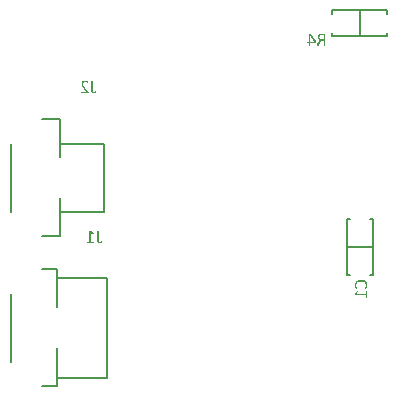
<source format=gbo>
G04*
G04 #@! TF.GenerationSoftware,Altium Limited,Altium Designer,24.9.1 (31)*
G04*
G04 Layer_Color=32896*
%FSLAX44Y44*%
%MOMM*%
G71*
G04*
G04 #@! TF.SameCoordinates,CAE1AE67-0460-43A2-896A-31C629D7927E*
G04*
G04*
G04 #@! TF.FilePolarity,Positive*
G04*
G01*
G75*
%ADD10C,0.1500*%
%ADD12C,0.2000*%
G36*
X142580Y369392D02*
X142729Y369373D01*
X142858Y369355D01*
X142969Y369336D01*
X143062Y369318D01*
X143117Y369299D01*
X143136D01*
X143432Y369225D01*
X143580Y369188D01*
X143691Y369151D01*
X143784Y369114D01*
X143858Y369077D01*
X143914Y369058D01*
X143932D01*
X144173Y368966D01*
X144358Y368873D01*
X144432Y368836D01*
X144488Y368799D01*
X144506Y368781D01*
X144525D01*
X144673Y368688D01*
X144784Y368614D01*
X144839Y368558D01*
X144858Y368540D01*
X144914Y368484D01*
X144951Y368447D01*
X144988Y368429D01*
Y368410D01*
X145025Y368318D01*
X145043Y368299D01*
Y368281D01*
X145062Y368188D01*
Y368151D01*
Y368132D01*
Y368003D01*
Y367947D01*
Y367929D01*
Y367818D01*
Y367725D01*
Y367651D01*
Y367632D01*
X145043Y367558D01*
Y367503D01*
X145025Y367466D01*
Y367447D01*
X144969Y367373D01*
X144951Y367336D01*
X144876Y367318D01*
X144839D01*
X144747Y367336D01*
X144636Y367392D01*
X144562Y367429D01*
X144525Y367447D01*
X144358Y367540D01*
X144191Y367651D01*
X144136Y367688D01*
X144080Y367725D01*
X144043Y367744D01*
X144025D01*
X143784Y367855D01*
X143562Y367947D01*
X143469Y367984D01*
X143395Y368021D01*
X143340Y368040D01*
X143321D01*
X143006Y368132D01*
X142858Y368151D01*
X142710Y368170D01*
X142599Y368188D01*
X142414D01*
X142118Y368170D01*
X141988Y368151D01*
X141877Y368114D01*
X141784Y368095D01*
X141710Y368058D01*
X141673Y368040D01*
X141655D01*
X141432Y367929D01*
X141247Y367799D01*
X141136Y367707D01*
X141118Y367688D01*
X141099Y367669D01*
X140951Y367484D01*
X140840Y367318D01*
X140803Y367244D01*
X140784Y367188D01*
X140766Y367151D01*
Y367132D01*
X140692Y366910D01*
X140655Y366707D01*
X140636Y366614D01*
Y366540D01*
Y366503D01*
Y366484D01*
X140655Y366225D01*
X140673Y365984D01*
X140692Y365892D01*
X140710Y365818D01*
X140729Y365762D01*
Y365744D01*
X140803Y365448D01*
X140914Y365170D01*
X140969Y365040D01*
X141006Y364948D01*
X141025Y364892D01*
X141044Y364874D01*
X141136Y364688D01*
X141247Y364503D01*
X141358Y364318D01*
X141451Y364151D01*
X141562Y364022D01*
X141636Y363892D01*
X141692Y363818D01*
X141710Y363800D01*
X141877Y363577D01*
X142062Y363355D01*
X142266Y363133D01*
X142451Y362929D01*
X142599Y362763D01*
X142747Y362633D01*
X142821Y362540D01*
X142858Y362503D01*
X144932Y360374D01*
X144988Y360300D01*
X145043Y360226D01*
X145080Y360189D01*
X145099Y360170D01*
X145173Y360041D01*
X145191Y360004D01*
Y359985D01*
X145228Y359855D01*
X145247Y359800D01*
Y359781D01*
Y359689D01*
Y359596D01*
Y359541D01*
Y359504D01*
Y359374D01*
X145228Y359282D01*
Y359207D01*
Y359189D01*
X145191Y359115D01*
X145173Y359059D01*
X145136Y359041D01*
Y359022D01*
X145043Y358948D01*
X145025Y358930D01*
X145006D01*
X144876Y358911D01*
X139081D01*
X138988Y358930D01*
X138951D01*
X138877Y359004D01*
X138859Y359022D01*
Y359041D01*
X138821Y359170D01*
X138803Y359226D01*
Y359244D01*
X138785Y359337D01*
X138766Y359411D01*
Y359467D01*
Y359485D01*
Y359596D01*
X138785Y359670D01*
X138803Y359726D01*
Y359744D01*
X138821Y359818D01*
X138840Y359874D01*
X138859Y359911D01*
Y359930D01*
X138933Y360022D01*
X138951Y360041D01*
X138970D01*
X139044Y360078D01*
X143580D01*
X141951Y361781D01*
X141636Y362114D01*
X141358Y362411D01*
X141118Y362689D01*
X140895Y362929D01*
X140747Y363114D01*
X140618Y363263D01*
X140544Y363355D01*
X140525Y363392D01*
X140340Y363651D01*
X140173Y363892D01*
X140025Y364096D01*
X139914Y364281D01*
X139821Y364448D01*
X139766Y364559D01*
X139729Y364633D01*
X139710Y364651D01*
X139599Y364855D01*
X139525Y365059D01*
X139451Y365244D01*
X139396Y365410D01*
X139359Y365540D01*
X139340Y365633D01*
X139321Y365707D01*
Y365725D01*
X139266Y366096D01*
X139247Y366262D01*
Y366410D01*
X139229Y366521D01*
Y366633D01*
Y366688D01*
Y366707D01*
X139266Y367095D01*
X139284Y367281D01*
X139321Y367429D01*
X139359Y367558D01*
X139377Y367669D01*
X139414Y367725D01*
Y367744D01*
X139488Y367929D01*
X139581Y368095D01*
X139673Y368243D01*
X139766Y368373D01*
X139859Y368466D01*
X139932Y368540D01*
X139970Y368595D01*
X139988Y368614D01*
X140136Y368744D01*
X140284Y368855D01*
X140599Y369040D01*
X140729Y369095D01*
X140840Y369151D01*
X140914Y369188D01*
X140932D01*
X141155Y369262D01*
X141377Y369318D01*
X141599Y369355D01*
X141803Y369392D01*
X141969D01*
X142118Y369410D01*
X142247D01*
X142580Y369392D01*
D02*
G37*
G36*
X148506Y369299D02*
X148524D01*
X148617Y369281D01*
X148691Y369262D01*
X148728Y369243D01*
X148746D01*
X148820Y369188D01*
X148857Y369169D01*
Y369151D01*
X148876Y369095D01*
Y369077D01*
Y369058D01*
Y361652D01*
Y361466D01*
X148895Y361300D01*
Y361152D01*
X148913Y361041D01*
X148932Y360929D01*
Y360855D01*
X148950Y360818D01*
Y360800D01*
X149006Y360596D01*
X149061Y360429D01*
X149117Y360337D01*
X149135Y360300D01*
X149246Y360189D01*
X149358Y360096D01*
X149432Y360059D01*
X149450Y360041D01*
X149469D01*
X149617Y360004D01*
X149765Y359985D01*
X149931D01*
X150098Y360004D01*
X150228Y360022D01*
X150320Y360041D01*
X150357D01*
X150487Y360078D01*
X150598Y360133D01*
X150672Y360152D01*
X150691Y360170D01*
X150783Y360226D01*
X150857Y360263D01*
X150913Y360300D01*
X150931D01*
X150987Y360337D01*
X151042Y360374D01*
X151098D01*
X151172Y360355D01*
X151191Y360337D01*
X151209D01*
X151265Y360263D01*
X151283Y360244D01*
Y360226D01*
X151302Y360170D01*
Y360115D01*
X151320Y360078D01*
Y360059D01*
Y359967D01*
Y359874D01*
Y359800D01*
Y359763D01*
Y359652D01*
Y359578D01*
Y359522D01*
Y359504D01*
X151302Y359393D01*
Y359356D01*
Y359337D01*
X151265Y359263D01*
X151246Y359244D01*
Y359226D01*
X151191Y359170D01*
X151172Y359152D01*
Y359133D01*
X151135Y359096D01*
X151080Y359059D01*
X151024Y359041D01*
X151005Y359022D01*
X150894Y358967D01*
X150783Y358930D01*
X150709Y358911D01*
X150672Y358893D01*
X150524Y358856D01*
X150394Y358819D01*
X150302Y358800D01*
X150265D01*
X150098Y358782D01*
X149950Y358763D01*
X149580D01*
X149376Y358800D01*
X149191Y358819D01*
X149024Y358856D01*
X148895Y358893D01*
X148802Y358911D01*
X148746Y358948D01*
X148728D01*
X148561Y359022D01*
X148432Y359115D01*
X148302Y359207D01*
X148209Y359300D01*
X148135Y359374D01*
X148080Y359448D01*
X148043Y359485D01*
X148024Y359504D01*
X147839Y359800D01*
X147728Y360078D01*
X147691Y360189D01*
X147654Y360300D01*
X147635Y360355D01*
Y360374D01*
X147561Y360763D01*
X147543Y360966D01*
X147524Y361133D01*
X147506Y361281D01*
Y361392D01*
Y361485D01*
Y361503D01*
Y369058D01*
X147524Y369132D01*
X147543Y369151D01*
X147580Y369188D01*
X147617Y369225D01*
X147654Y369243D01*
X147673D01*
X147728Y369262D01*
X147802Y369281D01*
X147858Y369299D01*
X147876D01*
X147987Y369318D01*
X148432D01*
X148506Y369299D01*
D02*
G37*
G36*
X146843Y242355D02*
X146973D01*
X147010Y242336D01*
X147029D01*
X147121Y242318D01*
X147140Y242299D01*
X147158D01*
X147214Y242281D01*
X147232Y242262D01*
X149602Y240744D01*
X149695Y240688D01*
X149713Y240669D01*
X149732Y240651D01*
X149769Y240577D01*
X149788Y240558D01*
Y240540D01*
X149806Y240484D01*
Y240429D01*
X149825Y240392D01*
Y240373D01*
Y240225D01*
Y240170D01*
Y240151D01*
Y240021D01*
X149806Y239929D01*
Y239855D01*
Y239836D01*
X149788Y239762D01*
X149769Y239707D01*
X149732Y239688D01*
Y239670D01*
X149676Y239633D01*
X149584D01*
X149510Y239651D01*
X149436Y239688D01*
X149362Y239725D01*
X149343Y239744D01*
X147343Y240929D01*
Y233059D01*
X149510D01*
X149584Y233041D01*
X149602Y233022D01*
X149621D01*
X149695Y232948D01*
X149713Y232930D01*
Y232911D01*
X149750Y232800D01*
X149769Y232744D01*
Y232726D01*
X149788Y232652D01*
Y232578D01*
Y232504D01*
Y232485D01*
Y232374D01*
X149769Y232300D01*
Y232244D01*
Y232226D01*
X149732Y232115D01*
X149713Y232078D01*
Y232059D01*
X149639Y231985D01*
X149621Y231967D01*
X149547Y231948D01*
X144103D01*
X144029Y231967D01*
X143992D01*
X143918Y232022D01*
X143899Y232059D01*
X143862Y232170D01*
X143844Y232207D01*
Y232226D01*
X143825Y232318D01*
X143807Y232393D01*
Y232467D01*
Y232485D01*
Y232578D01*
X143825Y232670D01*
X143844Y232707D01*
Y232726D01*
X143862Y232800D01*
X143881Y232855D01*
X143899Y232892D01*
Y232911D01*
X143955Y233004D01*
X143973Y233022D01*
X143992D01*
X144066Y233059D01*
X145973D01*
Y242132D01*
X145992Y242206D01*
X146010Y242225D01*
X146029Y242262D01*
X146066Y242281D01*
X146084Y242299D01*
X146103D01*
X146158Y242318D01*
X146232Y242336D01*
X146288Y242355D01*
X146306D01*
X146418Y242373D01*
X146788D01*
X146843Y242355D01*
D02*
G37*
G36*
X153583Y242336D02*
X153602D01*
X153694Y242318D01*
X153769Y242299D01*
X153806Y242281D01*
X153824D01*
X153898Y242225D01*
X153935Y242206D01*
Y242188D01*
X153954Y242132D01*
Y242114D01*
Y242095D01*
Y234689D01*
Y234503D01*
X153972Y234337D01*
Y234189D01*
X153991Y234078D01*
X154009Y233967D01*
Y233892D01*
X154028Y233855D01*
Y233837D01*
X154083Y233633D01*
X154139Y233467D01*
X154194Y233374D01*
X154213Y233337D01*
X154324Y233226D01*
X154435Y233133D01*
X154509Y233096D01*
X154528Y233078D01*
X154546D01*
X154694Y233041D01*
X154843Y233022D01*
X155009D01*
X155176Y233041D01*
X155306Y233059D01*
X155398Y233078D01*
X155435D01*
X155565Y233115D01*
X155676Y233170D01*
X155750Y233189D01*
X155768Y233207D01*
X155861Y233263D01*
X155935Y233300D01*
X155991Y233337D01*
X156009D01*
X156065Y233374D01*
X156120Y233411D01*
X156176D01*
X156250Y233393D01*
X156268Y233374D01*
X156287D01*
X156342Y233300D01*
X156361Y233281D01*
Y233263D01*
X156379Y233207D01*
Y233152D01*
X156398Y233115D01*
Y233096D01*
Y233004D01*
Y232911D01*
Y232837D01*
Y232800D01*
Y232689D01*
Y232615D01*
Y232559D01*
Y232541D01*
X156379Y232430D01*
Y232393D01*
Y232374D01*
X156342Y232300D01*
X156324Y232281D01*
Y232263D01*
X156268Y232207D01*
X156250Y232189D01*
Y232170D01*
X156213Y232133D01*
X156157Y232096D01*
X156102Y232078D01*
X156083Y232059D01*
X155972Y232004D01*
X155861Y231967D01*
X155787Y231948D01*
X155750Y231930D01*
X155602Y231893D01*
X155472Y231856D01*
X155379Y231837D01*
X155343D01*
X155176Y231819D01*
X155028Y231800D01*
X154657D01*
X154454Y231837D01*
X154269Y231856D01*
X154102Y231893D01*
X153972Y231930D01*
X153880Y231948D01*
X153824Y231985D01*
X153806D01*
X153639Y232059D01*
X153509Y232152D01*
X153380Y232244D01*
X153287Y232337D01*
X153213Y232411D01*
X153158Y232485D01*
X153120Y232522D01*
X153102Y232541D01*
X152917Y232837D01*
X152806Y233115D01*
X152769Y233226D01*
X152732Y233337D01*
X152713Y233393D01*
Y233411D01*
X152639Y233800D01*
X152621Y234004D01*
X152602Y234170D01*
X152584Y234318D01*
Y234429D01*
Y234522D01*
Y234541D01*
Y242095D01*
X152602Y242169D01*
X152621Y242188D01*
X152658Y242225D01*
X152695Y242262D01*
X152732Y242281D01*
X152750D01*
X152806Y242299D01*
X152880Y242318D01*
X152935Y242336D01*
X152954D01*
X153065Y242355D01*
X153509D01*
X153583Y242336D01*
D02*
G37*
G36*
X345134Y409017D02*
X345245Y408980D01*
X345319Y408924D01*
X345356Y408906D01*
X345449Y408776D01*
X345486Y408628D01*
X345504Y408517D01*
Y408480D01*
Y408461D01*
Y398870D01*
X345486Y398796D01*
Y398777D01*
Y398759D01*
X345412Y398722D01*
X345393Y398703D01*
X345375D01*
X345227Y398685D01*
X345171Y398666D01*
X345153D01*
X345042Y398648D01*
X344930Y398629D01*
X344690D01*
X344597Y398648D01*
X344523Y398666D01*
X344505D01*
X344412Y398685D01*
X344356D01*
X344319Y398703D01*
X344301D01*
X344245Y398722D01*
X344208Y398740D01*
X344171Y398759D01*
X344134Y398833D01*
Y398870D01*
Y403295D01*
X343227D01*
X342893Y403277D01*
X342764Y403258D01*
X342634Y403221D01*
X342542Y403203D01*
X342468Y403166D01*
X342431Y403147D01*
X342412D01*
X342190Y403018D01*
X342005Y402888D01*
X341931Y402832D01*
X341875Y402777D01*
X341857Y402758D01*
X341838Y402740D01*
X341653Y402555D01*
X341523Y402351D01*
X341468Y402277D01*
X341431Y402203D01*
X341394Y402166D01*
Y402147D01*
X341264Y401888D01*
X341153Y401647D01*
X341097Y401536D01*
X341079Y401462D01*
X341042Y401407D01*
Y401388D01*
X340098Y398944D01*
X340042Y398833D01*
X340023Y398796D01*
Y398777D01*
X339931Y398703D01*
X339912Y398685D01*
X339894D01*
X339838Y398666D01*
X339764D01*
X339709Y398648D01*
X339690D01*
X339579Y398629D01*
X339172D01*
X339061Y398648D01*
X338968D01*
X338875Y398666D01*
X338801D01*
X338764Y398685D01*
X338746D01*
X338690Y398722D01*
X338653Y398740D01*
X338635Y398759D01*
X338616Y398833D01*
Y398870D01*
X338635Y398999D01*
X338653Y399036D01*
Y399055D01*
X338672Y399166D01*
X338727Y399296D01*
X338764Y399407D01*
X338783Y399444D01*
Y399462D01*
X339709Y401740D01*
X339838Y402018D01*
X339931Y402240D01*
X339986Y402332D01*
X340005Y402388D01*
X340042Y402425D01*
Y402444D01*
X340153Y402666D01*
X340264Y402832D01*
X340301Y402906D01*
X340338Y402962D01*
X340375Y402980D01*
Y402999D01*
X340505Y403166D01*
X340634Y403295D01*
X340727Y403369D01*
X340746Y403406D01*
X340764D01*
X340931Y403517D01*
X341079Y403610D01*
X341190Y403684D01*
X341208Y403703D01*
X341227D01*
X340894Y403832D01*
X340764Y403888D01*
X340634Y403943D01*
X340542Y403999D01*
X340449Y404036D01*
X340412Y404073D01*
X340394D01*
X340135Y404258D01*
X339931Y404443D01*
X339857Y404517D01*
X339801Y404573D01*
X339783Y404610D01*
X339764Y404628D01*
X339598Y404869D01*
X339468Y405110D01*
X339412Y405202D01*
X339375Y405276D01*
X339357Y405332D01*
Y405351D01*
X339264Y405684D01*
X339246Y405832D01*
X339227Y405980D01*
X339209Y406110D01*
Y406202D01*
Y406276D01*
Y406295D01*
X339227Y406684D01*
X339264Y406850D01*
X339283Y406980D01*
X339320Y407110D01*
X339357Y407202D01*
X339375Y407258D01*
Y407276D01*
X339505Y407591D01*
X339579Y407721D01*
X339653Y407832D01*
X339727Y407924D01*
X339783Y407999D01*
X339820Y408036D01*
X339838Y408054D01*
X340098Y408295D01*
X340338Y408480D01*
X340449Y408535D01*
X340542Y408591D01*
X340597Y408610D01*
X340616Y408628D01*
X340968Y408776D01*
X341153Y408832D01*
X341320Y408887D01*
X341468Y408924D01*
X341579Y408943D01*
X341653Y408961D01*
X341671D01*
X341838Y408980D01*
X341986D01*
X342116Y408998D01*
X342153D01*
X342357Y409017D01*
X342579Y409035D01*
X345004D01*
X345134Y409017D01*
D02*
G37*
G36*
X333043Y409072D02*
X333080D01*
X333191Y409054D01*
X333283Y409035D01*
X333358Y409017D01*
X333376D01*
X333450Y408998D01*
X333524Y408980D01*
X333561Y408961D01*
X333580Y408943D01*
X333654Y408869D01*
X333691Y408850D01*
Y408832D01*
X337394Y402536D01*
X337431Y402462D01*
X337468Y402388D01*
X337487Y402351D01*
Y402332D01*
X337542Y402203D01*
X337561Y402147D01*
Y402129D01*
X337579Y401981D01*
Y401925D01*
Y401907D01*
Y401814D01*
Y401740D01*
Y401666D01*
Y401647D01*
Y401518D01*
X337561Y401425D01*
Y401351D01*
Y401333D01*
X337542Y401258D01*
X337524Y401203D01*
X337505Y401166D01*
Y401147D01*
X337431Y401092D01*
X337394Y401073D01*
X337283Y401055D01*
X332969D01*
Y398870D01*
X332950Y398796D01*
Y398759D01*
X332876Y398703D01*
X332858Y398685D01*
X332839D01*
X332784Y398666D01*
X332709D01*
X332654Y398648D01*
X332635D01*
X332524Y398629D01*
X332172D01*
X332061Y398648D01*
X331969D01*
X331876Y398666D01*
X331821D01*
X331784Y398685D01*
X331765D01*
X331710Y398722D01*
X331673Y398740D01*
X331636Y398759D01*
X331598Y398833D01*
Y398851D01*
Y398870D01*
Y401055D01*
X330432D01*
X330339Y401073D01*
X330284Y401129D01*
X330247Y401184D01*
X330228Y401203D01*
X330173Y401333D01*
X330154Y401462D01*
X330136Y401573D01*
Y401592D01*
Y401610D01*
X330154Y401795D01*
X330173Y401925D01*
X330210Y402018D01*
X330228Y402036D01*
X330284Y402129D01*
X330358Y402166D01*
X330413Y402184D01*
X331598D01*
Y408795D01*
X331617Y408850D01*
X331636Y408887D01*
X331654Y408924D01*
X331673D01*
X331728Y408961D01*
X331802Y408980D01*
X331858Y408998D01*
X331876D01*
X331969Y409017D01*
X332080Y409035D01*
X332154Y409054D01*
X332191D01*
X332339Y409072D01*
X332487Y409091D01*
X332950D01*
X333043Y409072D01*
D02*
G37*
G36*
X376522Y200715D02*
X376929Y200678D01*
X377318Y200641D01*
X377633Y200585D01*
X377910Y200530D01*
X378022Y200511D01*
X378114Y200474D01*
X378188Y200456D01*
X378244D01*
X378262Y200437D01*
X378281D01*
X378633Y200308D01*
X378947Y200160D01*
X379225Y200012D01*
X379447Y199882D01*
X379651Y199752D01*
X379799Y199641D01*
X379873Y199567D01*
X379910Y199549D01*
X380132Y199326D01*
X380336Y199086D01*
X380503Y198864D01*
X380651Y198641D01*
X380744Y198456D01*
X380836Y198308D01*
X380873Y198215D01*
X380892Y198178D01*
X381003Y197864D01*
X381077Y197549D01*
X381151Y197234D01*
X381188Y196956D01*
X381207Y196716D01*
X381225Y196512D01*
Y196345D01*
X381207Y195938D01*
X381188Y195753D01*
X381169Y195586D01*
X381151Y195456D01*
X381132Y195364D01*
X381114Y195290D01*
Y195271D01*
X381040Y194919D01*
X381003Y194771D01*
X380966Y194642D01*
X380929Y194549D01*
X380892Y194475D01*
X380873Y194419D01*
Y194401D01*
X380744Y194142D01*
X380651Y193938D01*
X380595Y193864D01*
X380577Y193808D01*
X380540Y193790D01*
Y193771D01*
X380429Y193605D01*
X380355Y193512D01*
X380318Y193457D01*
X380299Y193438D01*
X380244Y193382D01*
X380188Y193346D01*
X380169Y193327D01*
X380151D01*
X380077Y193290D01*
X380040Y193271D01*
X379929Y193234D01*
X379892D01*
X379873D01*
X379781Y193216D01*
X379707D01*
X379651D01*
X379633D01*
X379503D01*
X379410D01*
X379355Y193234D01*
X379336D01*
X379244Y193253D01*
X379188D01*
X379170Y193271D01*
X379151D01*
X379096Y193290D01*
X379077Y193309D01*
X379059Y193327D01*
Y193346D01*
X379021Y193401D01*
Y193438D01*
X379040Y193531D01*
X379096Y193642D01*
X379170Y193734D01*
X379188Y193753D01*
Y193771D01*
X379299Y193938D01*
X379410Y194123D01*
X379447Y194197D01*
X379484Y194253D01*
X379521Y194290D01*
Y194308D01*
X379651Y194568D01*
X379762Y194808D01*
X379799Y194919D01*
X379836Y195012D01*
X379855Y195068D01*
Y195086D01*
X379947Y195456D01*
X379966Y195623D01*
X379984Y195790D01*
X380003Y195938D01*
Y196160D01*
X379984Y196438D01*
X379966Y196679D01*
X379929Y196901D01*
X379873Y197086D01*
X379818Y197253D01*
X379781Y197364D01*
X379762Y197456D01*
X379744Y197475D01*
X379633Y197678D01*
X379521Y197864D01*
X379392Y198030D01*
X379262Y198178D01*
X379151Y198289D01*
X379059Y198382D01*
X379003Y198438D01*
X378984Y198456D01*
X378781Y198586D01*
X378577Y198715D01*
X378373Y198826D01*
X378170Y198901D01*
X377985Y198975D01*
X377855Y199030D01*
X377762Y199049D01*
X377725Y199067D01*
X377429Y199141D01*
X377133Y199178D01*
X376837Y199215D01*
X376577Y199252D01*
X376337D01*
X376151Y199271D01*
X376077D01*
X376022D01*
X376003D01*
X375985D01*
X375615Y199252D01*
X375281Y199234D01*
X374985Y199197D01*
X374726Y199160D01*
X374522Y199123D01*
X374355Y199104D01*
X374263Y199067D01*
X374226D01*
X373948Y198975D01*
X373689Y198882D01*
X373466Y198771D01*
X373281Y198660D01*
X373115Y198586D01*
X373004Y198512D01*
X372930Y198456D01*
X372911Y198438D01*
X372726Y198271D01*
X372559Y198123D01*
X372411Y197956D01*
X372300Y197808D01*
X372207Y197678D01*
X372152Y197567D01*
X372115Y197493D01*
X372096Y197475D01*
X372004Y197253D01*
X371930Y197030D01*
X371893Y196827D01*
X371856Y196623D01*
X371837Y196456D01*
X371819Y196327D01*
Y195975D01*
X371837Y195771D01*
X371874Y195586D01*
X371893Y195419D01*
X371930Y195290D01*
X371967Y195197D01*
X371985Y195142D01*
Y195123D01*
X372096Y194808D01*
X372152Y194679D01*
X372207Y194568D01*
X372263Y194475D01*
X372300Y194401D01*
X372318Y194364D01*
X372337Y194345D01*
X372467Y194123D01*
X372578Y193975D01*
X372652Y193864D01*
X372670Y193827D01*
X372763Y193697D01*
X372800Y193586D01*
X372818Y193531D01*
Y193512D01*
X372800Y193420D01*
Y193401D01*
X372726Y193346D01*
X372707Y193327D01*
X372689D01*
X372559Y193290D01*
X372504Y193271D01*
X372485D01*
X372393Y193253D01*
X372318D01*
X372244D01*
X372226D01*
X372133D01*
X372041D01*
X372004Y193271D01*
X371985D01*
X371911Y193290D01*
X371856D01*
X371819Y193309D01*
X371800D01*
X371707Y193346D01*
X371670Y193364D01*
X371615Y193382D01*
X371559Y193438D01*
X371522Y193475D01*
X371504Y193494D01*
X371411Y193605D01*
X371319Y193734D01*
X371245Y193846D01*
X371226Y193864D01*
Y193883D01*
X371115Y194105D01*
X371022Y194308D01*
X370985Y194401D01*
X370948Y194475D01*
X370930Y194512D01*
Y194531D01*
X370837Y194808D01*
X370763Y195049D01*
X370745Y195160D01*
X370726Y195234D01*
X370708Y195290D01*
Y195308D01*
X370652Y195623D01*
X370634Y195771D01*
Y195901D01*
X370615Y196012D01*
Y196179D01*
X370634Y196549D01*
X370671Y196901D01*
X370726Y197215D01*
X370800Y197493D01*
X370874Y197734D01*
X370930Y197901D01*
X370967Y198012D01*
X370985Y198030D01*
Y198049D01*
X371133Y198345D01*
X371300Y198623D01*
X371485Y198864D01*
X371652Y199086D01*
X371819Y199252D01*
X371948Y199382D01*
X372022Y199456D01*
X372059Y199493D01*
X372337Y199697D01*
X372633Y199882D01*
X372911Y200049D01*
X373189Y200178D01*
X373429Y200289D01*
X373615Y200363D01*
X373689Y200382D01*
X373744Y200400D01*
X373763Y200419D01*
X373781D01*
X374170Y200530D01*
X374559Y200604D01*
X374948Y200660D01*
X375300Y200697D01*
X375596Y200715D01*
X375726D01*
X375837Y200734D01*
X375929D01*
X376003D01*
X376040D01*
X376059D01*
X376522Y200715D01*
D02*
G37*
G36*
X373115Y191346D02*
X373189D01*
X373207D01*
X373281Y191327D01*
X373337Y191309D01*
X373355Y191272D01*
X373374D01*
X373411Y191216D01*
Y191124D01*
X373392Y191049D01*
X373355Y190975D01*
X373318Y190901D01*
X373300Y190883D01*
X372115Y188883D01*
X379984D01*
Y191049D01*
X380003Y191124D01*
X380021Y191142D01*
Y191161D01*
X380095Y191235D01*
X380114Y191253D01*
X380132D01*
X380244Y191290D01*
X380299Y191309D01*
X380318D01*
X380392Y191327D01*
X380466D01*
X380540D01*
X380558D01*
X380670D01*
X380744Y191309D01*
X380799D01*
X380818D01*
X380929Y191272D01*
X380966Y191253D01*
X380984D01*
X381058Y191179D01*
X381077Y191161D01*
X381095Y191087D01*
Y185643D01*
X381077Y185569D01*
Y185532D01*
X381021Y185457D01*
X380984Y185439D01*
X380873Y185402D01*
X380836Y185383D01*
X380818D01*
X380725Y185365D01*
X380651Y185346D01*
X380577D01*
X380558D01*
X380466D01*
X380373Y185365D01*
X380336Y185383D01*
X380318D01*
X380244Y185402D01*
X380188Y185420D01*
X380151Y185439D01*
X380132D01*
X380040Y185494D01*
X380021Y185513D01*
Y185532D01*
X379984Y185606D01*
Y187513D01*
X370911D01*
X370837Y187531D01*
X370819Y187550D01*
X370782Y187568D01*
X370763Y187605D01*
X370745Y187624D01*
Y187642D01*
X370726Y187698D01*
X370708Y187772D01*
X370689Y187828D01*
Y187846D01*
X370671Y187957D01*
Y188328D01*
X370689Y188383D01*
Y188513D01*
X370708Y188550D01*
Y188568D01*
X370726Y188661D01*
X370745Y188679D01*
Y188698D01*
X370763Y188753D01*
X370782Y188772D01*
X372300Y191142D01*
X372355Y191235D01*
X372374Y191253D01*
X372393Y191272D01*
X372467Y191309D01*
X372485Y191327D01*
X372504D01*
X372559Y191346D01*
X372615D01*
X372652Y191364D01*
X372670D01*
X372818D01*
X372874D01*
X372892D01*
X373022D01*
X373115Y191346D01*
D02*
G37*
%LPC*%
G36*
X344134Y407906D02*
X342708D01*
X342597Y407887D01*
X342431D01*
X342357Y407869D01*
X342319D01*
X342134Y407850D01*
X342005Y407832D01*
X341912Y407813D01*
X341875Y407795D01*
X341653Y407721D01*
X341449Y407628D01*
X341301Y407517D01*
X341171Y407425D01*
X341079Y407332D01*
X341005Y407258D01*
X340968Y407202D01*
X340949Y407184D01*
X340857Y407017D01*
X340783Y406850D01*
X340746Y406665D01*
X340709Y406499D01*
X340690Y406369D01*
X340672Y406258D01*
Y406165D01*
Y406147D01*
X340690Y405888D01*
X340727Y405665D01*
X340764Y405573D01*
X340783Y405499D01*
X340801Y405462D01*
Y405443D01*
X340912Y405221D01*
X341042Y405054D01*
X341097Y404980D01*
X341153Y404925D01*
X341171Y404906D01*
X341190Y404888D01*
X341394Y404740D01*
X341616Y404628D01*
X341708Y404591D01*
X341783Y404554D01*
X341838Y404536D01*
X341857D01*
X342171Y404462D01*
X342468Y404425D01*
X342597Y404406D01*
X344134D01*
Y407906D01*
D02*
G37*
G36*
X332987Y407869D02*
X332969D01*
Y402184D01*
X336339D01*
X332987Y407869D01*
D02*
G37*
%LPD*%
D10*
X363750Y228600D02*
X386250D01*
X363750Y252350D02*
X366250D01*
X363750Y204850D02*
Y252350D01*
Y204850D02*
X366250D01*
X383750D02*
X386250D01*
Y252350D01*
X383750D02*
X386250D01*
D12*
X119000Y117500D02*
X160750D01*
X119000Y202500D02*
X160750D01*
Y117500D02*
Y202500D01*
X106200Y110500D02*
X118850D01*
X79250Y131000D02*
Y189000D01*
X106200Y209500D02*
X118850D01*
Y177350D02*
Y209500D01*
Y110500D02*
Y142650D01*
X374650Y406830D02*
Y428830D01*
X397650Y406830D02*
Y409830D01*
X351650Y406830D02*
X397650D01*
X351650D02*
Y409830D01*
Y425830D02*
Y428830D01*
X397650D01*
Y425830D02*
Y428830D01*
X106200Y237500D02*
X121350D01*
X79250Y258000D02*
Y316000D01*
X106200Y336500D02*
X121350D01*
Y304350D02*
Y336500D01*
Y237500D02*
Y269650D01*
X158250Y258000D02*
Y316000D01*
X121500D02*
X158250D01*
X121500Y258000D02*
X158250D01*
M02*

</source>
